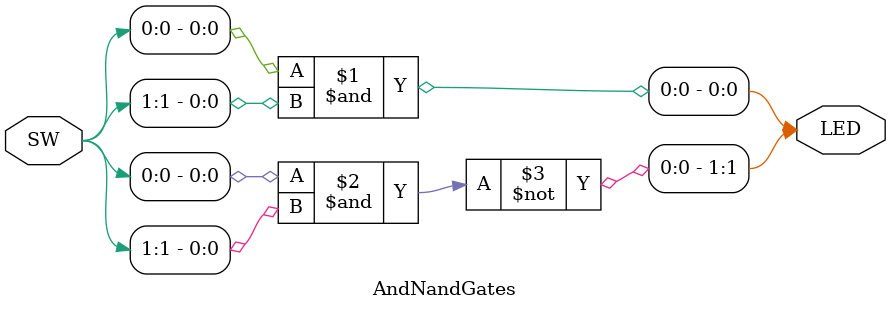
<source format=v>
`timescale 1ns / 1ps


module AndNandGates(
    input [1:0] SW,
    output [1:0] LED
    );
    assign LED[0] = (SW[0] & SW[1]);
    assign LED[1] = ~(SW[0] & SW[1]);
    
endmodule

</source>
